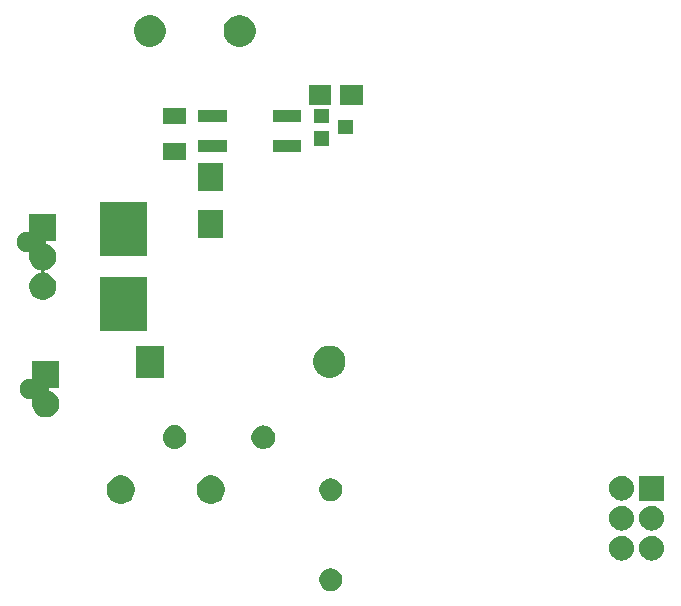
<source format=gbr>
G04 #@! TF.GenerationSoftware,KiCad,Pcbnew,(5.0.2)-1*
G04 #@! TF.CreationDate,2020-01-19T23:31:25+01:00*
G04 #@! TF.ProjectId,loftrelayRound,6c6f6674-7265-46c6-9179-526f756e642e,rev?*
G04 #@! TF.SameCoordinates,Original*
G04 #@! TF.FileFunction,Soldermask,Bot*
G04 #@! TF.FilePolarity,Negative*
%FSLAX46Y46*%
G04 Gerber Fmt 4.6, Leading zero omitted, Abs format (unit mm)*
G04 Created by KiCad (PCBNEW (5.0.2)-1) date 19/01/2020 23:31:25*
%MOMM*%
%LPD*%
G01*
G04 APERTURE LIST*
%ADD10C,0.100000*%
G04 APERTURE END LIST*
D10*
G36*
X147507287Y-139393446D02*
X147600022Y-139411892D01*
X147774731Y-139484259D01*
X147929872Y-139587921D01*
X147931967Y-139589321D01*
X148065679Y-139723033D01*
X148170742Y-139880271D01*
X148243108Y-140054979D01*
X148280000Y-140240447D01*
X148280000Y-140429553D01*
X148243108Y-140615021D01*
X148170742Y-140789729D01*
X148065679Y-140946967D01*
X147931967Y-141080679D01*
X147931964Y-141080681D01*
X147774731Y-141185741D01*
X147600022Y-141258108D01*
X147507287Y-141276554D01*
X147414553Y-141295000D01*
X147225447Y-141295000D01*
X147132713Y-141276554D01*
X147039978Y-141258108D01*
X146865269Y-141185741D01*
X146708036Y-141080681D01*
X146708033Y-141080679D01*
X146574321Y-140946967D01*
X146469258Y-140789729D01*
X146396892Y-140615021D01*
X146360000Y-140429553D01*
X146360000Y-140240447D01*
X146396892Y-140054979D01*
X146469258Y-139880271D01*
X146574321Y-139723033D01*
X146708033Y-139589321D01*
X146710128Y-139587922D01*
X146865269Y-139484259D01*
X147039978Y-139411892D01*
X147132713Y-139393446D01*
X147225447Y-139375000D01*
X147414553Y-139375000D01*
X147507287Y-139393446D01*
X147507287Y-139393446D01*
G37*
G36*
X174626707Y-136625597D02*
X174703836Y-136633193D01*
X174835787Y-136673220D01*
X174901763Y-136693233D01*
X175084172Y-136790733D01*
X175244054Y-136921946D01*
X175375267Y-137081828D01*
X175472767Y-137264237D01*
X175472767Y-137264238D01*
X175532807Y-137462164D01*
X175553080Y-137668000D01*
X175532807Y-137873836D01*
X175492780Y-138005787D01*
X175472767Y-138071763D01*
X175375267Y-138254172D01*
X175244054Y-138414054D01*
X175084172Y-138545267D01*
X174901763Y-138642767D01*
X174835787Y-138662780D01*
X174703836Y-138702807D01*
X174626707Y-138710403D01*
X174549580Y-138718000D01*
X174446420Y-138718000D01*
X174369293Y-138710403D01*
X174292164Y-138702807D01*
X174160213Y-138662780D01*
X174094237Y-138642767D01*
X173911828Y-138545267D01*
X173751946Y-138414054D01*
X173620733Y-138254172D01*
X173523233Y-138071763D01*
X173503220Y-138005787D01*
X173463193Y-137873836D01*
X173442920Y-137668000D01*
X173463193Y-137462164D01*
X173523233Y-137264238D01*
X173523233Y-137264237D01*
X173620733Y-137081828D01*
X173751946Y-136921946D01*
X173911828Y-136790733D01*
X174094237Y-136693233D01*
X174160213Y-136673220D01*
X174292164Y-136633193D01*
X174369293Y-136625597D01*
X174446420Y-136618000D01*
X174549580Y-136618000D01*
X174626707Y-136625597D01*
X174626707Y-136625597D01*
G37*
G36*
X172086707Y-136625597D02*
X172163836Y-136633193D01*
X172295787Y-136673220D01*
X172361763Y-136693233D01*
X172544172Y-136790733D01*
X172704054Y-136921946D01*
X172835267Y-137081828D01*
X172932767Y-137264237D01*
X172932767Y-137264238D01*
X172992807Y-137462164D01*
X173013080Y-137668000D01*
X172992807Y-137873836D01*
X172952780Y-138005787D01*
X172932767Y-138071763D01*
X172835267Y-138254172D01*
X172704054Y-138414054D01*
X172544172Y-138545267D01*
X172361763Y-138642767D01*
X172295787Y-138662780D01*
X172163836Y-138702807D01*
X172086707Y-138710403D01*
X172009580Y-138718000D01*
X171906420Y-138718000D01*
X171829293Y-138710403D01*
X171752164Y-138702807D01*
X171620213Y-138662780D01*
X171554237Y-138642767D01*
X171371828Y-138545267D01*
X171211946Y-138414054D01*
X171080733Y-138254172D01*
X170983233Y-138071763D01*
X170963220Y-138005787D01*
X170923193Y-137873836D01*
X170902920Y-137668000D01*
X170923193Y-137462164D01*
X170983233Y-137264238D01*
X170983233Y-137264237D01*
X171080733Y-137081828D01*
X171211946Y-136921946D01*
X171371828Y-136790733D01*
X171554237Y-136693233D01*
X171620213Y-136673220D01*
X171752164Y-136633193D01*
X171829293Y-136625597D01*
X171906420Y-136618000D01*
X172009580Y-136618000D01*
X172086707Y-136625597D01*
X172086707Y-136625597D01*
G37*
G36*
X172086707Y-134085597D02*
X172163836Y-134093193D01*
X172295787Y-134133220D01*
X172361763Y-134153233D01*
X172544172Y-134250733D01*
X172704054Y-134381946D01*
X172835267Y-134541828D01*
X172932767Y-134724237D01*
X172932767Y-134724238D01*
X172992807Y-134922164D01*
X173013080Y-135128000D01*
X172992807Y-135333836D01*
X172952780Y-135465787D01*
X172932767Y-135531763D01*
X172835267Y-135714172D01*
X172704054Y-135874054D01*
X172544172Y-136005267D01*
X172361763Y-136102767D01*
X172295787Y-136122780D01*
X172163836Y-136162807D01*
X172086707Y-136170403D01*
X172009580Y-136178000D01*
X171906420Y-136178000D01*
X171829293Y-136170403D01*
X171752164Y-136162807D01*
X171620213Y-136122780D01*
X171554237Y-136102767D01*
X171371828Y-136005267D01*
X171211946Y-135874054D01*
X171080733Y-135714172D01*
X170983233Y-135531763D01*
X170963220Y-135465787D01*
X170923193Y-135333836D01*
X170902920Y-135128000D01*
X170923193Y-134922164D01*
X170983233Y-134724238D01*
X170983233Y-134724237D01*
X171080733Y-134541828D01*
X171211946Y-134381946D01*
X171371828Y-134250733D01*
X171554237Y-134153233D01*
X171620213Y-134133220D01*
X171752164Y-134093193D01*
X171829293Y-134085597D01*
X171906420Y-134078000D01*
X172009580Y-134078000D01*
X172086707Y-134085597D01*
X172086707Y-134085597D01*
G37*
G36*
X174626707Y-134085597D02*
X174703836Y-134093193D01*
X174835787Y-134133220D01*
X174901763Y-134153233D01*
X175084172Y-134250733D01*
X175244054Y-134381946D01*
X175375267Y-134541828D01*
X175472767Y-134724237D01*
X175472767Y-134724238D01*
X175532807Y-134922164D01*
X175553080Y-135128000D01*
X175532807Y-135333836D01*
X175492780Y-135465787D01*
X175472767Y-135531763D01*
X175375267Y-135714172D01*
X175244054Y-135874054D01*
X175084172Y-136005267D01*
X174901763Y-136102767D01*
X174835787Y-136122780D01*
X174703836Y-136162807D01*
X174626707Y-136170403D01*
X174549580Y-136178000D01*
X174446420Y-136178000D01*
X174369293Y-136170403D01*
X174292164Y-136162807D01*
X174160213Y-136122780D01*
X174094237Y-136102767D01*
X173911828Y-136005267D01*
X173751946Y-135874054D01*
X173620733Y-135714172D01*
X173523233Y-135531763D01*
X173503220Y-135465787D01*
X173463193Y-135333836D01*
X173442920Y-135128000D01*
X173463193Y-134922164D01*
X173523233Y-134724238D01*
X173523233Y-134724237D01*
X173620733Y-134541828D01*
X173751946Y-134381946D01*
X173911828Y-134250733D01*
X174094237Y-134153233D01*
X174160213Y-134133220D01*
X174292164Y-134093193D01*
X174369293Y-134085597D01*
X174446420Y-134078000D01*
X174549580Y-134078000D01*
X174626707Y-134085597D01*
X174626707Y-134085597D01*
G37*
G36*
X137510026Y-131561115D02*
X137728412Y-131651573D01*
X137924958Y-131782901D01*
X138092099Y-131950042D01*
X138223427Y-132146588D01*
X138313885Y-132364974D01*
X138360000Y-132596809D01*
X138360000Y-132833191D01*
X138313885Y-133065026D01*
X138223427Y-133283412D01*
X138092099Y-133479958D01*
X137924958Y-133647099D01*
X137728412Y-133778427D01*
X137510026Y-133868885D01*
X137278191Y-133915000D01*
X137041809Y-133915000D01*
X136809974Y-133868885D01*
X136591588Y-133778427D01*
X136395042Y-133647099D01*
X136227901Y-133479958D01*
X136096573Y-133283412D01*
X136006115Y-133065026D01*
X135960000Y-132833191D01*
X135960000Y-132596809D01*
X136006115Y-132364974D01*
X136096573Y-132146588D01*
X136227901Y-131950042D01*
X136395042Y-131782901D01*
X136591588Y-131651573D01*
X136809974Y-131561115D01*
X137041809Y-131515000D01*
X137278191Y-131515000D01*
X137510026Y-131561115D01*
X137510026Y-131561115D01*
G37*
G36*
X129890026Y-131561115D02*
X130108412Y-131651573D01*
X130304958Y-131782901D01*
X130472099Y-131950042D01*
X130603427Y-132146588D01*
X130693885Y-132364974D01*
X130740000Y-132596809D01*
X130740000Y-132833191D01*
X130693885Y-133065026D01*
X130603427Y-133283412D01*
X130472099Y-133479958D01*
X130304958Y-133647099D01*
X130108412Y-133778427D01*
X129890026Y-133868885D01*
X129658191Y-133915000D01*
X129421809Y-133915000D01*
X129189974Y-133868885D01*
X128971588Y-133778427D01*
X128775042Y-133647099D01*
X128607901Y-133479958D01*
X128476573Y-133283412D01*
X128386115Y-133065026D01*
X128340000Y-132833191D01*
X128340000Y-132596809D01*
X128386115Y-132364974D01*
X128476573Y-132146588D01*
X128607901Y-131950042D01*
X128775042Y-131782901D01*
X128971588Y-131651573D01*
X129189974Y-131561115D01*
X129421809Y-131515000D01*
X129658191Y-131515000D01*
X129890026Y-131561115D01*
X129890026Y-131561115D01*
G37*
G36*
X147507287Y-131773446D02*
X147600022Y-131791892D01*
X147774731Y-131864259D01*
X147903114Y-131950042D01*
X147931967Y-131969321D01*
X148065679Y-132103033D01*
X148065681Y-132103036D01*
X148170741Y-132260269D01*
X148243108Y-132434978D01*
X148280000Y-132620448D01*
X148280000Y-132809552D01*
X148243108Y-132995022D01*
X148170741Y-133169731D01*
X148094782Y-133283412D01*
X148065679Y-133326967D01*
X147931967Y-133460679D01*
X147931964Y-133460681D01*
X147774731Y-133565741D01*
X147600022Y-133638108D01*
X147507287Y-133656554D01*
X147414553Y-133675000D01*
X147225447Y-133675000D01*
X147132713Y-133656554D01*
X147039978Y-133638108D01*
X146865269Y-133565741D01*
X146708036Y-133460681D01*
X146708033Y-133460679D01*
X146574321Y-133326967D01*
X146545218Y-133283412D01*
X146469259Y-133169731D01*
X146396892Y-132995022D01*
X146360000Y-132809552D01*
X146360000Y-132620448D01*
X146396892Y-132434978D01*
X146469259Y-132260269D01*
X146574319Y-132103036D01*
X146574321Y-132103033D01*
X146708033Y-131969321D01*
X146736886Y-131950042D01*
X146865269Y-131864259D01*
X147039978Y-131791892D01*
X147132713Y-131773446D01*
X147225447Y-131755000D01*
X147414553Y-131755000D01*
X147507287Y-131773446D01*
X147507287Y-131773446D01*
G37*
G36*
X172086707Y-131545597D02*
X172163836Y-131553193D01*
X172295787Y-131593220D01*
X172361763Y-131613233D01*
X172544172Y-131710733D01*
X172704054Y-131841946D01*
X172835267Y-132001828D01*
X172932767Y-132184237D01*
X172932767Y-132184238D01*
X172992807Y-132382164D01*
X173013080Y-132588000D01*
X172992807Y-132793836D01*
X172952780Y-132925787D01*
X172932767Y-132991763D01*
X172835267Y-133174172D01*
X172704054Y-133334054D01*
X172544172Y-133465267D01*
X172361763Y-133562767D01*
X172295787Y-133582780D01*
X172163836Y-133622807D01*
X172086707Y-133630403D01*
X172009580Y-133638000D01*
X171906420Y-133638000D01*
X171829293Y-133630403D01*
X171752164Y-133622807D01*
X171620213Y-133582780D01*
X171554237Y-133562767D01*
X171371828Y-133465267D01*
X171211946Y-133334054D01*
X171080733Y-133174172D01*
X170983233Y-132991763D01*
X170963220Y-132925787D01*
X170923193Y-132793836D01*
X170902920Y-132588000D01*
X170923193Y-132382164D01*
X170983233Y-132184238D01*
X170983233Y-132184237D01*
X171080733Y-132001828D01*
X171211946Y-131841946D01*
X171371828Y-131710733D01*
X171554237Y-131613233D01*
X171620213Y-131593220D01*
X171752164Y-131553193D01*
X171829293Y-131545597D01*
X171906420Y-131538000D01*
X172009580Y-131538000D01*
X172086707Y-131545597D01*
X172086707Y-131545597D01*
G37*
G36*
X175548000Y-133638000D02*
X173448000Y-133638000D01*
X173448000Y-131538000D01*
X175548000Y-131538000D01*
X175548000Y-133638000D01*
X175548000Y-133638000D01*
G37*
G36*
X141780770Y-127285372D02*
X141896689Y-127308429D01*
X142078678Y-127383811D01*
X142242463Y-127493249D01*
X142381751Y-127632537D01*
X142491189Y-127796322D01*
X142566571Y-127978311D01*
X142605000Y-128171509D01*
X142605000Y-128368491D01*
X142566571Y-128561689D01*
X142491189Y-128743678D01*
X142381751Y-128907463D01*
X142242463Y-129046751D01*
X142078678Y-129156189D01*
X141896689Y-129231571D01*
X141780770Y-129254628D01*
X141703493Y-129270000D01*
X141506507Y-129270000D01*
X141429230Y-129254628D01*
X141313311Y-129231571D01*
X141131322Y-129156189D01*
X140967537Y-129046751D01*
X140828249Y-128907463D01*
X140718811Y-128743678D01*
X140643429Y-128561689D01*
X140605000Y-128368491D01*
X140605000Y-128171509D01*
X140643429Y-127978311D01*
X140718811Y-127796322D01*
X140828249Y-127632537D01*
X140967537Y-127493249D01*
X141131322Y-127383811D01*
X141313311Y-127308429D01*
X141429230Y-127285372D01*
X141506507Y-127270000D01*
X141703493Y-127270000D01*
X141780770Y-127285372D01*
X141780770Y-127285372D01*
G37*
G36*
X134301030Y-127284469D02*
X134301033Y-127284470D01*
X134301034Y-127284470D01*
X134489535Y-127341651D01*
X134489537Y-127341652D01*
X134663260Y-127434509D01*
X134815528Y-127559472D01*
X134940491Y-127711740D01*
X135033348Y-127885463D01*
X135090531Y-128073970D01*
X135109838Y-128270000D01*
X135090531Y-128466030D01*
X135033348Y-128654537D01*
X134940491Y-128828260D01*
X134815528Y-128980528D01*
X134663260Y-129105491D01*
X134663258Y-129105492D01*
X134489535Y-129198349D01*
X134301034Y-129255530D01*
X134301033Y-129255530D01*
X134301030Y-129255531D01*
X134154124Y-129270000D01*
X134055876Y-129270000D01*
X133908970Y-129255531D01*
X133908967Y-129255530D01*
X133908966Y-129255530D01*
X133720465Y-129198349D01*
X133546742Y-129105492D01*
X133546740Y-129105491D01*
X133394472Y-128980528D01*
X133269509Y-128828260D01*
X133176652Y-128654537D01*
X133119469Y-128466030D01*
X133100162Y-128270000D01*
X133119469Y-128073970D01*
X133176652Y-127885463D01*
X133269509Y-127711740D01*
X133394472Y-127559472D01*
X133546740Y-127434509D01*
X133720463Y-127341652D01*
X133720465Y-127341651D01*
X133908966Y-127284470D01*
X133908967Y-127284470D01*
X133908970Y-127284469D01*
X134055876Y-127270000D01*
X134154124Y-127270000D01*
X134301030Y-127284469D01*
X134301030Y-127284469D01*
G37*
G36*
X124340000Y-124086000D02*
X123564323Y-124086000D01*
X123539937Y-124088402D01*
X123516488Y-124095515D01*
X123494877Y-124107066D01*
X123475935Y-124122612D01*
X123460389Y-124141554D01*
X123448838Y-124163165D01*
X123441725Y-124186614D01*
X123439323Y-124211000D01*
X123441725Y-124235386D01*
X123448838Y-124258835D01*
X123460389Y-124280446D01*
X123475935Y-124299388D01*
X123494877Y-124314934D01*
X123516488Y-124326485D01*
X123525442Y-124330194D01*
X123525443Y-124330194D01*
X123593741Y-124358484D01*
X123734728Y-124416883D01*
X123923085Y-124542739D01*
X124083261Y-124702915D01*
X124209117Y-124891272D01*
X124295806Y-125100557D01*
X124340000Y-125322734D01*
X124340000Y-125549266D01*
X124295806Y-125771443D01*
X124209117Y-125980728D01*
X124083261Y-126169085D01*
X123923085Y-126329261D01*
X123734728Y-126455117D01*
X123525443Y-126541806D01*
X123303266Y-126586000D01*
X123076734Y-126586000D01*
X122854557Y-126541806D01*
X122645272Y-126455117D01*
X122456915Y-126329261D01*
X122296739Y-126169085D01*
X122170883Y-125980728D01*
X122084194Y-125771443D01*
X122040000Y-125549266D01*
X122040000Y-125322733D01*
X122067320Y-125185386D01*
X122069722Y-125161000D01*
X122067320Y-125136614D01*
X122060207Y-125113165D01*
X122048656Y-125091554D01*
X122033110Y-125072612D01*
X122014168Y-125057066D01*
X121992557Y-125045515D01*
X121969108Y-125038402D01*
X121944722Y-125036000D01*
X121766281Y-125036000D01*
X121602066Y-125003336D01*
X121447373Y-124939260D01*
X121308153Y-124846236D01*
X121189764Y-124727847D01*
X121096740Y-124588627D01*
X121032664Y-124433934D01*
X121000000Y-124269719D01*
X121000000Y-124102281D01*
X121032664Y-123938066D01*
X121096740Y-123783373D01*
X121189764Y-123644153D01*
X121308153Y-123525764D01*
X121447373Y-123432740D01*
X121602066Y-123368664D01*
X121766281Y-123336000D01*
X121915000Y-123336000D01*
X121939386Y-123333598D01*
X121962835Y-123326485D01*
X121984446Y-123314934D01*
X122003388Y-123299388D01*
X122018934Y-123280446D01*
X122030485Y-123258835D01*
X122037598Y-123235386D01*
X122040000Y-123211000D01*
X122040000Y-121786000D01*
X124340000Y-121786000D01*
X124340000Y-124086000D01*
X124340000Y-124086000D01*
G37*
G36*
X133210001Y-123224999D02*
X130810001Y-123224999D01*
X130810001Y-120524999D01*
X133210001Y-120524999D01*
X133210001Y-123224999D01*
X133210001Y-123224999D01*
G37*
G36*
X147603779Y-120576878D02*
X147849467Y-120678645D01*
X148070579Y-120826388D01*
X148258612Y-121014421D01*
X148406355Y-121235533D01*
X148508122Y-121481221D01*
X148560001Y-121742034D01*
X148560001Y-122007964D01*
X148508122Y-122268777D01*
X148406355Y-122514465D01*
X148258612Y-122735577D01*
X148070579Y-122923610D01*
X147849467Y-123071353D01*
X147603779Y-123173120D01*
X147342966Y-123224999D01*
X147077036Y-123224999D01*
X146816223Y-123173120D01*
X146570535Y-123071353D01*
X146349423Y-122923610D01*
X146161390Y-122735577D01*
X146013647Y-122514465D01*
X145911880Y-122268777D01*
X145860001Y-122007964D01*
X145860001Y-121742034D01*
X145911880Y-121481221D01*
X146013647Y-121235533D01*
X146161390Y-121014421D01*
X146349423Y-120826388D01*
X146570535Y-120678645D01*
X146816223Y-120576878D01*
X147077036Y-120524999D01*
X147342966Y-120524999D01*
X147603779Y-120576878D01*
X147603779Y-120576878D01*
G37*
G36*
X131772000Y-119262500D02*
X127816000Y-119262500D01*
X127816000Y-114671500D01*
X131772000Y-114671500D01*
X131772000Y-119262500D01*
X131772000Y-119262500D01*
G37*
G36*
X124086000Y-111640000D02*
X123310323Y-111640000D01*
X123285937Y-111642402D01*
X123262488Y-111649515D01*
X123240877Y-111661066D01*
X123221935Y-111676612D01*
X123206389Y-111695554D01*
X123194838Y-111717165D01*
X123187725Y-111740614D01*
X123185323Y-111765000D01*
X123187725Y-111789386D01*
X123194838Y-111812835D01*
X123206389Y-111834446D01*
X123221935Y-111853388D01*
X123240877Y-111868934D01*
X123262488Y-111880485D01*
X123271442Y-111884194D01*
X123271443Y-111884194D01*
X123339741Y-111912484D01*
X123480728Y-111970883D01*
X123669085Y-112096739D01*
X123829261Y-112256915D01*
X123955117Y-112445272D01*
X124041806Y-112654557D01*
X124086000Y-112876734D01*
X124086000Y-113103266D01*
X124041806Y-113325443D01*
X123955117Y-113534728D01*
X123829261Y-113723085D01*
X123669085Y-113883261D01*
X123480728Y-114009117D01*
X123271443Y-114095806D01*
X123162871Y-114117402D01*
X123139423Y-114124515D01*
X123117813Y-114136066D01*
X123098870Y-114151612D01*
X123083325Y-114170554D01*
X123071774Y-114192165D01*
X123064661Y-114215614D01*
X123062259Y-114240000D01*
X123064661Y-114264387D01*
X123071774Y-114287836D01*
X123083325Y-114309446D01*
X123098871Y-114328389D01*
X123117813Y-114343934D01*
X123139424Y-114355485D01*
X123162871Y-114362598D01*
X123271443Y-114384194D01*
X123480728Y-114470883D01*
X123669085Y-114596739D01*
X123829261Y-114756915D01*
X123955117Y-114945272D01*
X124041806Y-115154557D01*
X124086000Y-115376734D01*
X124086000Y-115603266D01*
X124041806Y-115825443D01*
X123955117Y-116034728D01*
X123829261Y-116223085D01*
X123669085Y-116383261D01*
X123480728Y-116509117D01*
X123271443Y-116595806D01*
X123049266Y-116640000D01*
X122822734Y-116640000D01*
X122600557Y-116595806D01*
X122391272Y-116509117D01*
X122202915Y-116383261D01*
X122042739Y-116223085D01*
X121916883Y-116034728D01*
X121830194Y-115825443D01*
X121786000Y-115603266D01*
X121786000Y-115376734D01*
X121830194Y-115154557D01*
X121916883Y-114945272D01*
X122042739Y-114756915D01*
X122202915Y-114596739D01*
X122391272Y-114470883D01*
X122600557Y-114384194D01*
X122709129Y-114362598D01*
X122732577Y-114355485D01*
X122754187Y-114343934D01*
X122773130Y-114328388D01*
X122788675Y-114309446D01*
X122800226Y-114287835D01*
X122807339Y-114264386D01*
X122809741Y-114240000D01*
X122807339Y-114215613D01*
X122800226Y-114192164D01*
X122788675Y-114170554D01*
X122773129Y-114151611D01*
X122754187Y-114136066D01*
X122732576Y-114124515D01*
X122709129Y-114117402D01*
X122600557Y-114095806D01*
X122391272Y-114009117D01*
X122202915Y-113883261D01*
X122042739Y-113723085D01*
X121916883Y-113534728D01*
X121830194Y-113325443D01*
X121786000Y-113103266D01*
X121786000Y-112876733D01*
X121813320Y-112739386D01*
X121815722Y-112715000D01*
X121813320Y-112690614D01*
X121806207Y-112667165D01*
X121794656Y-112645554D01*
X121779110Y-112626612D01*
X121760168Y-112611066D01*
X121738557Y-112599515D01*
X121715108Y-112592402D01*
X121690722Y-112590000D01*
X121512281Y-112590000D01*
X121348066Y-112557336D01*
X121193373Y-112493260D01*
X121054153Y-112400236D01*
X120935764Y-112281847D01*
X120842740Y-112142627D01*
X120778664Y-111987934D01*
X120746000Y-111823719D01*
X120746000Y-111656281D01*
X120778664Y-111492066D01*
X120842740Y-111337373D01*
X120935764Y-111198153D01*
X121054153Y-111079764D01*
X121193373Y-110986740D01*
X121348066Y-110922664D01*
X121512281Y-110890000D01*
X121661000Y-110890000D01*
X121685386Y-110887598D01*
X121708835Y-110880485D01*
X121730446Y-110868934D01*
X121749388Y-110853388D01*
X121764934Y-110834446D01*
X121776485Y-110812835D01*
X121783598Y-110789386D01*
X121786000Y-110765000D01*
X121786000Y-109340000D01*
X124086000Y-109340000D01*
X124086000Y-111640000D01*
X124086000Y-111640000D01*
G37*
G36*
X131772000Y-112912500D02*
X127816000Y-112912500D01*
X127816000Y-108321500D01*
X131772000Y-108321500D01*
X131772000Y-112912500D01*
X131772000Y-112912500D01*
G37*
G36*
X138210000Y-111436000D02*
X136110000Y-111436000D01*
X136110000Y-109036000D01*
X138210000Y-109036000D01*
X138210000Y-111436000D01*
X138210000Y-111436000D01*
G37*
G36*
X138210000Y-107436000D02*
X136110000Y-107436000D01*
X136110000Y-105036000D01*
X138210000Y-105036000D01*
X138210000Y-107436000D01*
X138210000Y-107436000D01*
G37*
G36*
X135112000Y-104792000D02*
X133112000Y-104792000D01*
X133112000Y-103392000D01*
X135112000Y-103392000D01*
X135112000Y-104792000D01*
X135112000Y-104792000D01*
G37*
G36*
X144812000Y-104152000D02*
X142412000Y-104152000D01*
X142412000Y-103112000D01*
X144812000Y-103112000D01*
X144812000Y-104152000D01*
X144812000Y-104152000D01*
G37*
G36*
X138512000Y-104152000D02*
X136112000Y-104152000D01*
X136112000Y-103112000D01*
X138512000Y-103112000D01*
X138512000Y-104152000D01*
X138512000Y-104152000D01*
G37*
G36*
X147208000Y-103592000D02*
X145908000Y-103592000D01*
X145908000Y-102392000D01*
X147208000Y-102392000D01*
X147208000Y-103592000D01*
X147208000Y-103592000D01*
G37*
G36*
X149208000Y-102642000D02*
X147908000Y-102642000D01*
X147908000Y-101442000D01*
X149208000Y-101442000D01*
X149208000Y-102642000D01*
X149208000Y-102642000D01*
G37*
G36*
X135112000Y-101792000D02*
X133112000Y-101792000D01*
X133112000Y-100392000D01*
X135112000Y-100392000D01*
X135112000Y-101792000D01*
X135112000Y-101792000D01*
G37*
G36*
X147208000Y-101692000D02*
X145908000Y-101692000D01*
X145908000Y-100492000D01*
X147208000Y-100492000D01*
X147208000Y-101692000D01*
X147208000Y-101692000D01*
G37*
G36*
X138512000Y-101612000D02*
X136112000Y-101612000D01*
X136112000Y-100572000D01*
X138512000Y-100572000D01*
X138512000Y-101612000D01*
X138512000Y-101612000D01*
G37*
G36*
X144812000Y-101612000D02*
X142412000Y-101612000D01*
X142412000Y-100572000D01*
X144812000Y-100572000D01*
X144812000Y-101612000D01*
X144812000Y-101612000D01*
G37*
G36*
X150048000Y-100164000D02*
X148148000Y-100164000D01*
X148148000Y-98464000D01*
X150048000Y-98464000D01*
X150048000Y-100164000D01*
X150048000Y-100164000D01*
G37*
G36*
X147348000Y-100164000D02*
X145448000Y-100164000D01*
X145448000Y-98464000D01*
X147348000Y-98464000D01*
X147348000Y-100164000D01*
X147348000Y-100164000D01*
G37*
G36*
X140003779Y-92576878D02*
X140249467Y-92678645D01*
X140470579Y-92826388D01*
X140658612Y-93014421D01*
X140806355Y-93235533D01*
X140908122Y-93481221D01*
X140960001Y-93742034D01*
X140960001Y-94007964D01*
X140908122Y-94268777D01*
X140806355Y-94514465D01*
X140658612Y-94735577D01*
X140470579Y-94923610D01*
X140249467Y-95071353D01*
X140003779Y-95173120D01*
X139742966Y-95224999D01*
X139477036Y-95224999D01*
X139216223Y-95173120D01*
X138970535Y-95071353D01*
X138749423Y-94923610D01*
X138561390Y-94735577D01*
X138413647Y-94514465D01*
X138311880Y-94268777D01*
X138260001Y-94007964D01*
X138260001Y-93742034D01*
X138311880Y-93481221D01*
X138413647Y-93235533D01*
X138561390Y-93014421D01*
X138749423Y-92826388D01*
X138970535Y-92678645D01*
X139216223Y-92576878D01*
X139477036Y-92524999D01*
X139742966Y-92524999D01*
X140003779Y-92576878D01*
X140003779Y-92576878D01*
G37*
G36*
X132403779Y-92576878D02*
X132649467Y-92678645D01*
X132870579Y-92826388D01*
X133058612Y-93014421D01*
X133206355Y-93235533D01*
X133308122Y-93481221D01*
X133360001Y-93742034D01*
X133360001Y-94007964D01*
X133308122Y-94268777D01*
X133206355Y-94514465D01*
X133058612Y-94735577D01*
X132870579Y-94923610D01*
X132649467Y-95071353D01*
X132403779Y-95173120D01*
X132142966Y-95224999D01*
X131877036Y-95224999D01*
X131616223Y-95173120D01*
X131370535Y-95071353D01*
X131149423Y-94923610D01*
X130961390Y-94735577D01*
X130813647Y-94514465D01*
X130711880Y-94268777D01*
X130660001Y-94007964D01*
X130660001Y-93742034D01*
X130711880Y-93481221D01*
X130813647Y-93235533D01*
X130961390Y-93014421D01*
X131149423Y-92826388D01*
X131370535Y-92678645D01*
X131616223Y-92576878D01*
X131877036Y-92524999D01*
X132142966Y-92524999D01*
X132403779Y-92576878D01*
X132403779Y-92576878D01*
G37*
M02*

</source>
